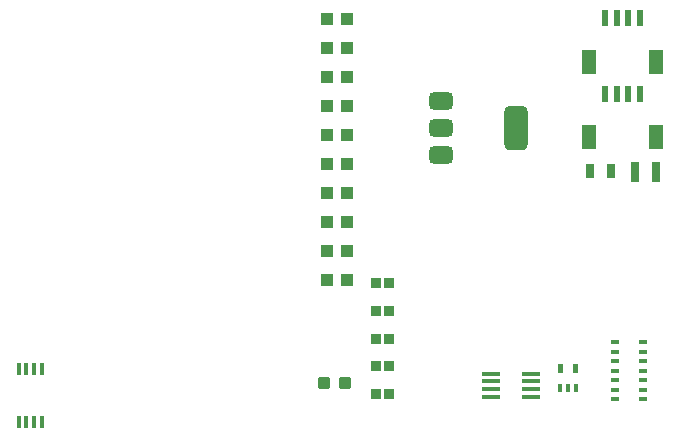
<source format=gbr>
%TF.GenerationSoftware,KiCad,Pcbnew,8.0.5*%
%TF.CreationDate,2024-11-06T15:04:28-06:00*%
%TF.ProjectId,ArduinoUnoR4Shield,41726475-696e-46f5-956e-6f5234536869,1.0*%
%TF.SameCoordinates,Original*%
%TF.FileFunction,Paste,Top*%
%TF.FilePolarity,Positive*%
%FSLAX46Y46*%
G04 Gerber Fmt 4.6, Leading zero omitted, Abs format (unit mm)*
G04 Created by KiCad (PCBNEW 8.0.5) date 2024-11-06 15:04:28*
%MOMM*%
%LPD*%
G01*
G04 APERTURE LIST*
G04 Aperture macros list*
%AMRoundRect*
0 Rectangle with rounded corners*
0 $1 Rounding radius*
0 $2 $3 $4 $5 $6 $7 $8 $9 X,Y pos of 4 corners*
0 Add a 4 corners polygon primitive as box body*
4,1,4,$2,$3,$4,$5,$6,$7,$8,$9,$2,$3,0*
0 Add four circle primitives for the rounded corners*
1,1,$1+$1,$2,$3*
1,1,$1+$1,$4,$5*
1,1,$1+$1,$6,$7*
1,1,$1+$1,$8,$9*
0 Add four rect primitives between the rounded corners*
20,1,$1+$1,$2,$3,$4,$5,0*
20,1,$1+$1,$4,$5,$6,$7,0*
20,1,$1+$1,$6,$7,$8,$9,0*
20,1,$1+$1,$8,$9,$2,$3,0*%
G04 Aperture macros list end*
%ADD10C,0.000000*%
%ADD11R,0.850000X0.900000*%
%ADD12R,1.100000X1.000000*%
%ADD13R,1.600000X0.300000*%
%ADD14R,0.600000X1.350000*%
%ADD15R,1.200000X2.000000*%
%ADD16R,0.400000X1.100000*%
%ADD17R,0.800000X1.800000*%
%ADD18RoundRect,0.150000X-0.350000X0.350000X-0.350000X-0.350000X0.350000X-0.350000X0.350000X0.350000X0*%
%ADD19R,0.750000X0.350000*%
%ADD20R,0.800000X1.200000*%
%ADD21RoundRect,0.375000X-0.625000X-0.375000X0.625000X-0.375000X0.625000X0.375000X-0.625000X0.375000X0*%
%ADD22RoundRect,0.500000X-0.500000X-1.400000X0.500000X-1.400000X0.500000X1.400000X-0.500000X1.400000X0*%
G04 APERTURE END LIST*
D10*
%TO.C,U8*%
G36*
X156888500Y-107331000D02*
G01*
X156488500Y-107331000D01*
X156488500Y-106581000D01*
X156888500Y-106581000D01*
X156888500Y-107331000D01*
G37*
G36*
X156830500Y-108949400D02*
G01*
X156500300Y-108949400D01*
X156500300Y-108263600D01*
X156830500Y-108263600D01*
X156830500Y-108949400D01*
G37*
G36*
X157503600Y-108949400D02*
G01*
X157173400Y-108949400D01*
X157173400Y-108263600D01*
X157503600Y-108263600D01*
X157503600Y-108949400D01*
G37*
G36*
X158188500Y-107331000D02*
G01*
X157788500Y-107331000D01*
X157788500Y-106581000D01*
X158188500Y-106581000D01*
X158188500Y-107331000D01*
G37*
G36*
X158176700Y-108949400D02*
G01*
X157846500Y-108949400D01*
X157846500Y-108263600D01*
X158176700Y-108263600D01*
X158176700Y-108949400D01*
G37*
%TD*%
D11*
%TO.C,C9*%
X141070400Y-106788800D03*
X142230400Y-106788800D03*
%TD*%
D12*
%TO.C,C8*%
X136950400Y-84738800D03*
X138650400Y-84738800D03*
%TD*%
D13*
%TO.C,U11*%
X150800000Y-107396000D03*
X150800000Y-108046000D03*
X150800000Y-108696000D03*
X150800000Y-109346000D03*
X154200000Y-109346000D03*
X154200000Y-108696000D03*
X154200000Y-108046000D03*
X154200000Y-107396000D03*
%TD*%
D11*
%TO.C,C2*%
X141070400Y-99736400D03*
X142230400Y-99736400D03*
%TD*%
D14*
%TO.C,J1*%
X160465000Y-77336000D03*
X161465000Y-77336000D03*
X162465000Y-77336000D03*
X163465000Y-77336000D03*
D15*
X164765000Y-81011000D03*
X159165000Y-81011000D03*
%TD*%
D12*
%TO.C,R3*%
X136950400Y-92091200D03*
X138650400Y-92091200D03*
%TD*%
D16*
%TO.C,U9*%
X110826000Y-111506000D03*
X111476000Y-111506000D03*
X112126000Y-111506000D03*
X112776000Y-111506000D03*
X112776000Y-107006000D03*
X112126000Y-107006000D03*
X111476000Y-107006000D03*
X110826000Y-107006000D03*
%TD*%
D12*
%TO.C,C4*%
X136950400Y-79837200D03*
X138650400Y-79837200D03*
%TD*%
%TO.C,C1*%
X136950400Y-77386400D03*
X138650400Y-77386400D03*
%TD*%
%TO.C,R6*%
X136950400Y-99443600D03*
X138650400Y-99443600D03*
%TD*%
D17*
%TO.C,L1*%
X163015000Y-90311000D03*
X164815000Y-90311000D03*
%TD*%
D11*
%TO.C,C3*%
X141070400Y-102087200D03*
X142230400Y-102087200D03*
%TD*%
D18*
%TO.C,D1*%
X136675000Y-108208850D03*
X138429000Y-108208850D03*
%TD*%
D12*
%TO.C,R1*%
X136950400Y-87189600D03*
X138650400Y-87189600D03*
%TD*%
D11*
%TO.C,C7*%
X141070400Y-104438000D03*
X142230400Y-104438000D03*
%TD*%
D19*
%TO.C,U10*%
X161317000Y-104764000D03*
X161317000Y-105564000D03*
X161317000Y-106364000D03*
X161317000Y-107164000D03*
X161317000Y-107963999D03*
X161317000Y-108763999D03*
X161317000Y-109563999D03*
X163716999Y-109563999D03*
X163716999Y-108763999D03*
X163716999Y-107963999D03*
X163716999Y-107164000D03*
X163716999Y-106364000D03*
X163716999Y-105564000D03*
X163716999Y-104764000D03*
%TD*%
D12*
%TO.C,C5*%
X136950400Y-82288000D03*
X138650400Y-82288000D03*
%TD*%
D14*
%TO.C,J2*%
X160465000Y-83712600D03*
X161465000Y-83712600D03*
X162465000Y-83712600D03*
X163465000Y-83712600D03*
D15*
X164765000Y-87387600D03*
X159165000Y-87387600D03*
%TD*%
D12*
%TO.C,R5*%
X136950400Y-96992800D03*
X138650400Y-96992800D03*
%TD*%
D20*
%TO.C,C6*%
X159190400Y-90236400D03*
X160990400Y-90236400D03*
%TD*%
D12*
%TO.C,R4*%
X136950400Y-94542000D03*
X138650400Y-94542000D03*
%TD*%
D21*
%TO.C,U12*%
X146608000Y-84314000D03*
X146608000Y-86614000D03*
D22*
X152908000Y-86614000D03*
D21*
X146608000Y-88914000D03*
%TD*%
D11*
%TO.C,C10*%
X141070400Y-109139600D03*
X142230400Y-109139600D03*
%TD*%
D12*
%TO.C,R2*%
X136950400Y-89640400D03*
X138650400Y-89640400D03*
%TD*%
M02*

</source>
